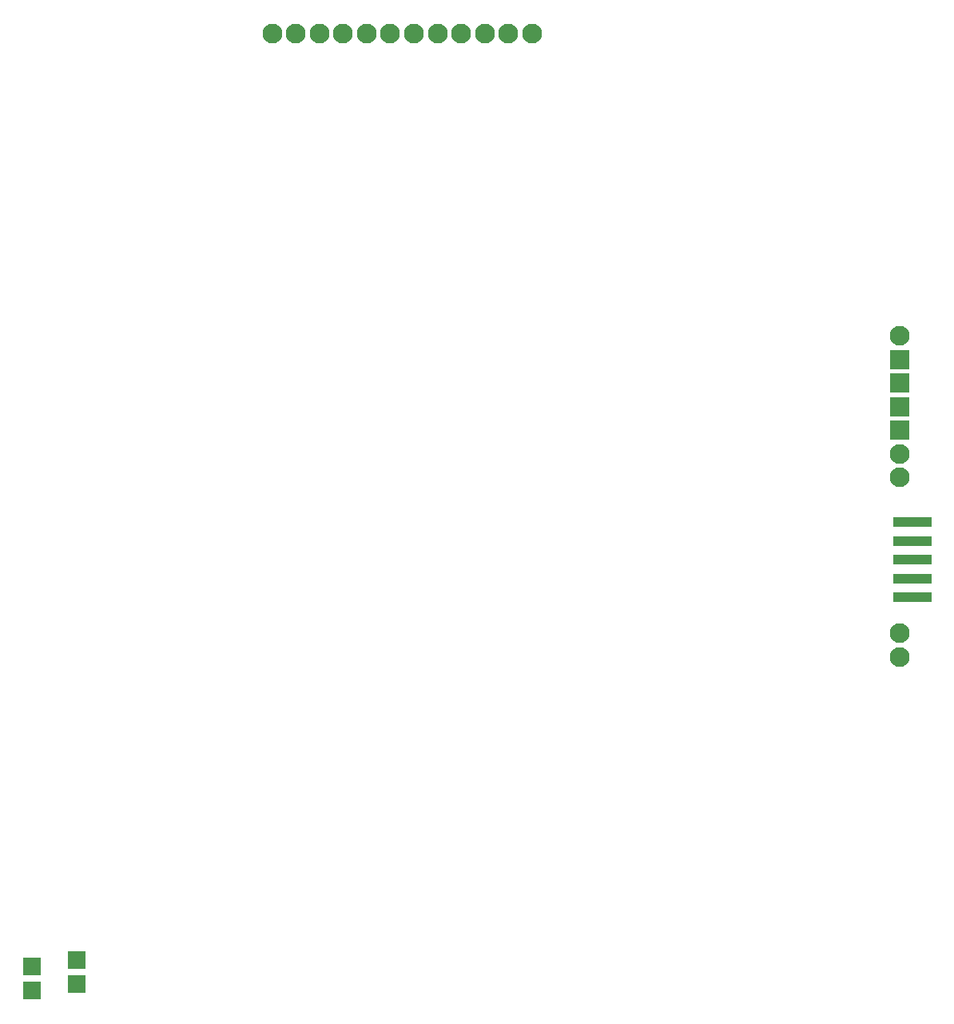
<source format=gbs>
G04*
G04 #@! TF.GenerationSoftware,Altium Limited,Altium Designer,25.8.1 (18)*
G04*
G04 Layer_Color=16711935*
%FSLAX25Y25*%
%MOIN*%
G70*
G04*
G04 #@! TF.SameCoordinates,D7B17AD9-CECF-4355-90E1-2D70A65D62F1*
G04*
G04*
G04 #@! TF.FilePolarity,Negative*
G04*
G01*
G75*
%ADD63R,0.16142X0.04331*%
%ADD64C,0.08268*%
%ADD65R,0.08268X0.08268*%
%ADD66R,0.07480X0.07480*%
D63*
X595669Y261024D02*
D03*
Y229528D02*
D03*
X595669Y237402D02*
D03*
X595669Y245276D02*
D03*
X595669Y253150D02*
D03*
D64*
X590584Y279641D02*
D03*
X590551Y204724D02*
D03*
Y214567D02*
D03*
Y289370D02*
D03*
X437008Y464567D02*
D03*
X427165D02*
D03*
X417323D02*
D03*
X407480D02*
D03*
X397638D02*
D03*
X387795D02*
D03*
X377953D02*
D03*
X368110D02*
D03*
X358268D02*
D03*
X348425D02*
D03*
X338583D02*
D03*
X328740D02*
D03*
X590551Y338583D02*
D03*
D65*
Y299213D02*
D03*
Y309055D02*
D03*
Y318898D02*
D03*
Y328740D02*
D03*
D66*
X228346Y65591D02*
D03*
X247244Y68504D02*
D03*
X228346Y75590D02*
D03*
X247244Y78504D02*
D03*
M02*

</source>
